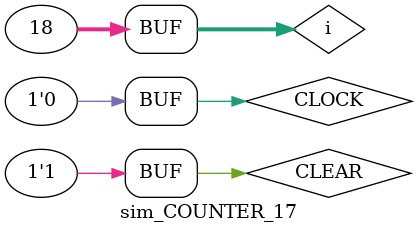
<source format=v>
`timescale 1ns / 1ps


module sim_COUNTER_17();
    wire DONE;
    reg CLEAR;
    reg CLOCK;
    COUNTER_17 c(
        .DONE(DONE),
        .CLEAR(CLEAR),
        .CLOCK(CLOCK));
    integer i;
    initial begin
        CLEAR<=1;
        for(i=0;i<18;i=i+1) begin
            #5 CLOCK=1;
            #5 CLOCK=0;
        end
    end
endmodule

</source>
